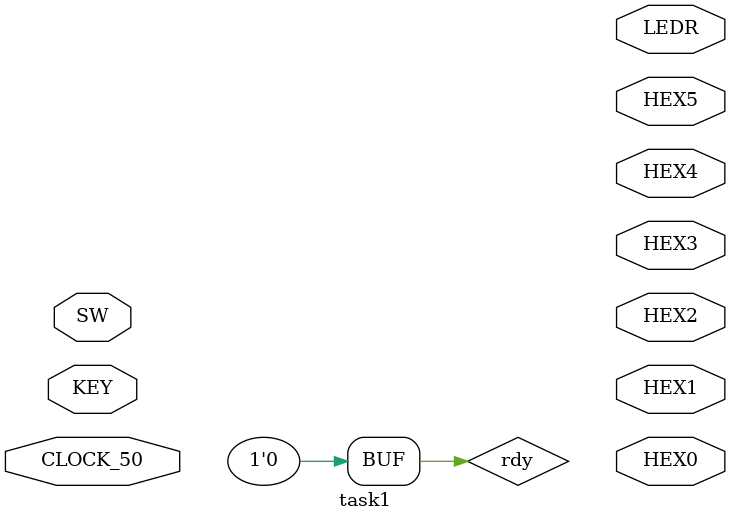
<source format=sv>
module task1(input logic CLOCK_50, input logic [3:0] KEY, input logic [9:0] SW,
             output logic [6:0] HEX0, output logic [6:0] HEX1, output logic [6:0] HEX2,
             output logic [6:0] HEX3, output logic [6:0] HEX4, output logic [6:0] HEX5,
             output logic [9:0] LEDR);

    // your code here


    logic [7:0] address, data, q;
    logic wren, en;
    logic init_started = 0;
	 logic rdy = 0;

    s_mem s(address, CLOCK_50, data, wren, q);

    init init (CLOCK_50, KEY[3], en, rdy, address, data, wren);


    always @(posedge CLOCK_50 or negedge KEY[3]) begin

    if (!KEY[3]) begin
    en = 0;
    end

    else begin

    if (rdy == 1) begin
    en = 1;
    init_started = 1;
    end

    else if (rdy == 0 && init_started == 1) begin
    en = 0;
    end

    end



    end


endmodule: task1

</source>
